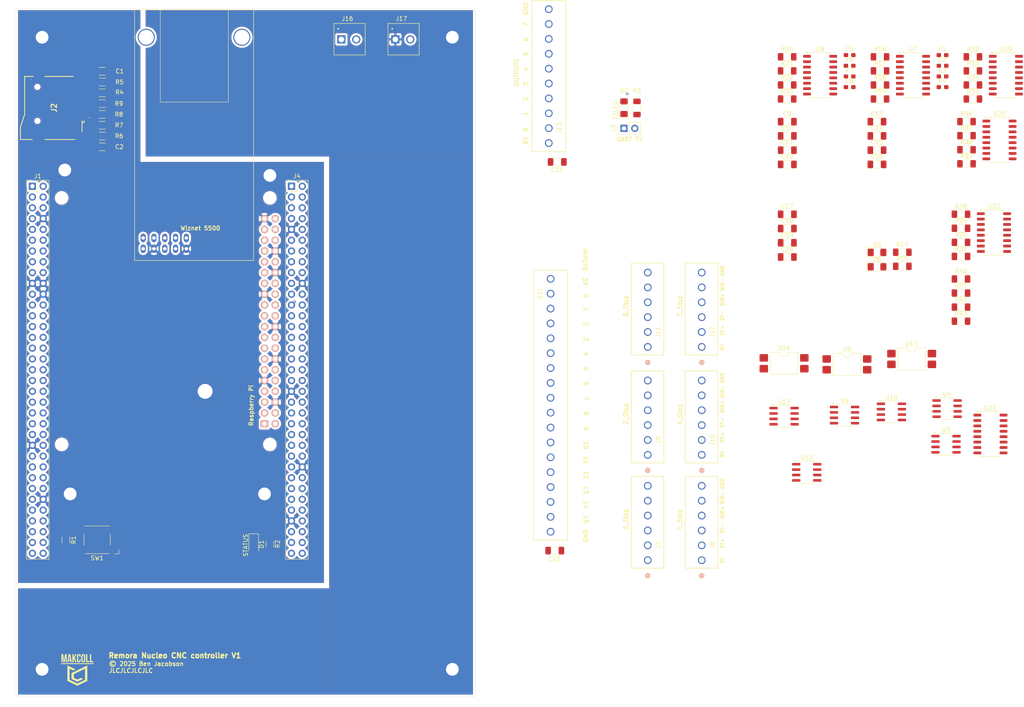
<source format=kicad_pcb>
(kicad_pcb (version 20241229) (generator "pcbnew") (generator_version "9.0")
  (layers (0 "F.Cu" signal) (2 "B.Cu" signal) (13 "F.Paste" user) (15 "B.Paste" user) (5 "F.SilkS" user "F.Silkscreen") (7 "B.SilkS" user "B.Silkscreen") (1 "F.Mask" user) (3 "B.Mask" user) (25 "Edge.Cuts" user))
  (net 0 "")
  (net 1 "GNDREF")
  (net 2 "Net-(D1-A)")
  (net 3 "/UART_TX")
  (net 4 "+3V3")
  (net 5 "+5VD")
  (net 6 "/SDIO_D2")
  (net 12 "/MCU_RST")
  (net 13 "/USR_LED")
  (net 15 "/SDIO_CMD")
  (net 20 "GNDPWR")
  (net 23 "/SDIO_D3")
  (net 26 "/SPI1_CS")
  (net 29 "/SDIO_CLK")
  (net 31 "Net-(D2-A)")
  (net 33 "Net-(D5-A)")
  (net 34 "Net-(D6-A)")
  (net 36 "/Digital Outputs/4CH digital output driver 1/OUTPUT1")
  (net 38 "Net-(F1-Pad1)")
  (net 39 "Net-(F2-Pad1)")
  (net 40 "/Digital Outputs/4CH digital output driver 1/OUTPUT2")
  (net 41 "/Digital Outputs/4CH digital output driver 1/OUTPUT3")
  (net 42 "Net-(F3-Pad1)")
  (net 43 "/Digital Outputs/4CH digital output driver 1/OUTPUT4")
  (net 44 "Net-(F4-Pad1)")
  (net 45 "/Digital Outputs/4CH digital output driver 2/OUTPUT5")
  (net 46 "Net-(F5-Pad1)")
  (net 47 "/SPI1_MOSI")
  (net 48 "/Digital Outputs/4CH digital output driver 2/OUTPUT6")
  (net 49 "Net-(F6-Pad1)")
  (net 50 "/Digital Outputs/4CH digital output driver 2/OUTPUT7")
  (net 51 "Net-(F7-Pad1)")
  (net 52 "Net-(F8-Pad1)")
  (net 53 "/Digital Outputs/4CH digital output driver 2/OUTPUT8")
  (net 54 "+5V")
  (net 56 "/SPI1_CLK")
  (net 58 "unconnected-(J4-Pin_23-Pad23)")
  (net 62 "/SDIO_D0")
  (net 68 "/SDIO_D1")
  (net 79 "/SPI1_MISO")
  (net 82 "/WIZ_RST")
  (net 87 "/MCU_X_STEP")
  (net 88 "/MCU_X_DIR")
  (net 89 "/MCU_Y_STEP")
  (net 90 "/MCU_Y_DIR")
  (net 91 "/MCU_Z_DIR")
  (net 92 "/MCU_Z_STEP")
  (net 93 "/MCU_A_DIR")
  (net 94 "/MCU_A_STEP")
  (net 95 "/MCU_B_STEP")
  (net 96 "/MCU_B_DIR")
  (net 97 "/MCU_C_STEP")
  (net 98 "/MCU_C_DIR")
  (net 99 "MCU_DIGITAL_IN_1")
  (net 100 "MCU_DIGITAL_IN_2")
  (net 101 "MCU_DIGITAL_IN_4")
  (net 102 "MCU_DIGITAL_IN_3")
  (net 103 "MCU_DIGITAL_IN_5")
  (net 104 "MCU_DIGITAL_IN_6")
  (net 105 "MCU_DIGITAL_IN_7")
  (net 106 "MCU_DIGITAL_IN_8")
  (net 107 "MCU_DIGITAL_IN_13")
  (net 108 "MCU_DIGITAL_IN_14")
  (net 109 "MCU_DIGITAL_IN_11")
  (net 110 "MCU_DIGITAL_IN_12")
  (net 111 "MCU_DIGITAL_IN_15")
  (net 112 "MCU_DIGITAL_IN_16")
  (net 113 "MCU_DIGITAL_IN_10")
  (net 114 "MCU_DIGITAL_IN_9")
  (net 153 "MCU_DIGITAL_OUT_1")
  (net 154 "MCU_DIGITAL_OUT_2")
  (net 155 "MCU_DIGITAL_OUT_3")
  (net 156 "MCU_DIGITAL_OUT_4")
  (net 157 "MCU_DIGITAL_OUT_5")
  (net 158 "MCU_DIGITAL_OUT_6")
  (net 159 "MCU_DIGITAL_OUT_7")
  (net 160 "MCU_DIGITAL_OUT_8")
  (net 183 "/X and Y Stepper Drivers/X_DIR+")
  (net 184 "/X and Y Stepper Drivers/X_STEP+")
  (net 185 "/X and Y Stepper Drivers/X_STEP-")
  (net 186 "/X and Y Stepper Drivers/X_DIR-")
  (net 187 "/X and Y Stepper Drivers/Y_DIR+")
  (net 188 "/X and Y Stepper Drivers/Y_STEP-")
  (net 189 "/X and Y Stepper Drivers/Y_STEP+")
  (net 190 "/X and Y Stepper Drivers/Y_DIR-")
  (net 191 "/Z and A Stepper Drivers/Z_DIR+")
  (net 192 "/Z and A Stepper Drivers/Z_DIR-")
  (net 193 "/Z and A Stepper Drivers/Z_STEP+")
  (net 194 "/Z and A Stepper Drivers/Z_STEP-")
  (net 195 "/Z and A Stepper Drivers/A_DIR-")
  (net 196 "/Z and A Stepper Drivers/A_DIR+")
  (net 197 "/Z and A Stepper Drivers/A_STEP+")
  (net 198 "/Z and A Stepper Drivers/A_STEP-")
  (net 199 "/B and C Stepper Drivers/B_DIR+")
  (net 200 "/B and C Stepper Drivers/B_STEP+")
  (net 201 "/B and C Stepper Drivers/B_STEP-")
  (net 202 "/B and C Stepper Drivers/B_DIR-")
  (net 203 "/B and C Stepper Drivers/C_STEP+")
  (net 204 "/B and C Stepper Drivers/C_DIR-")
  (net 205 "/B and C Stepper Drivers/C_STEP-")
  (net 206 "/B and C Stepper Drivers/C_DIR+")
  (net 207 "/Digital Inputs/Digital Input 5-8/INPUT5")
  (net 208 "/Digital Inputs/Digital Input 9-12/INPUT10")
  (net 209 "/Digital Inputs/Digital Input 13-16/INPUT16")
  (net 210 "/Digital Inputs/Digital Input 13-16/INPUT14")
  (net 211 "/Digital Inputs/Digital Input 5-8/INPUT6")
  (net 212 "/Digital Inputs/Digital Input 13-16/INPUT15")
  (net 213 "/Digital Inputs/Digital Input 5-8/INPUT7")
  (net 214 "/Digital Inputs/Digital Input 13-16/INPUT13")
  (net 215 "/Digital Inputs/Digital Input 9-12/INPUT12")
  (net 216 "/Digital Inputs/Digital Input 1-4/INPUT4")
  (net 217 "/Digital Inputs/Digital Input 9-12/INPUT11")
  (net 218 "/Digital Inputs/Digital Input 1-4/INPUT2")
  (net 219 "/Digital Inputs/Digital Input 1-4/INPUT1")
  (net 220 "/Digital Inputs/Digital Input 9-12/INPUT9")
  (net 221 "/Digital Inputs/Digital Input 1-4/INPUT3")
  (net 222 "/Digital Inputs/Digital Input 5-8/INPUT8")
  (net 223 "+9V")
  (net 224 "Net-(R16-Pad2)")
  (net 225 "Net-(R17-Pad2)")
  (net 226 "Net-(R18-Pad2)")
  (net 227 "Net-(R19-Pad2)")
  (net 228 "Net-(R20-Pad2)")
  (net 229 "Net-(R21-Pad2)")
  (net 230 "Net-(R22-Pad2)")
  (net 231 "Net-(R23-Pad2)")
  (net 232 "Net-(R28-Pad2)")
  (net 233 "Net-(R29-Pad2)")
  (net 234 "Net-(R30-Pad2)")
  (net 235 "Net-(R31-Pad2)")
  (net 236 "Net-(R32-Pad2)")
  (net 237 "Net-(R33-Pad2)")
  (net 238 "Net-(R34-Pad2)")
  (net 239 "Net-(R35-Pad2)")
  (net 240 "Net-(R36-Pad2)")
  (net 241 "Net-(R37-Pad2)")
  (net 242 "Net-(R38-Pad2)")
  (net 243 "Net-(R39-Pad2)")
  (net 244 "Net-(R40-Pad2)")
  (net 245 "Net-(R41-Pad2)")
  (net 246 "Net-(R42-Pad2)")
  (net 247 "Net-(R43-Pad2)")
  (net 248 "Net-(U4-VOA)")
  (net 249 "Net-(U4-VOB)")
  (net 250 "Net-(U5-VOA)")
  (net 251 "Net-(U5-VOB)")
  (net 252 "Net-(U11-2A)")
  (net 253 "Net-(U11-1A)")
  (net 254 "Net-(U10-VOA)")
  (net 255 "Net-(U10-VOB)")
  (net 256 "Net-(U12-VOB)")
  (net 257 "Net-(U12-VOA)")
  (net 258 "Net-(U13-VOA)")
  (net 259 "Net-(U13-VOB)")
  (footprint "Resistor_SMD:R_1206_3216Metric_Pad1.30x1.75mm_HandSolder" (layer "F.Cu") (at 59.626 47.246 180)
    (property "Reference" "R8")
    (property "Value" "4K7")
  )
  (footprint "Package_SO:SOIC-8_3.9x4.9mm_P1.27mm" (layer "F.Cu") (at 258.383 116.459)
    (property "Reference" "U4")
    (property "Value" "ADUM1201ARZ")
  )
  (footprint "Resistor_SMD:R_1206_3216Metric_Pad1.30x1.75mm_HandSolder" (layer "F.Cu") (at 220.759 40.305)
    (property "Reference" "R22")
    (property "Value" "120R")
  )
  (footprint "EBWA_02_A:ADAMTECH_EBWA-02-A" (layer "F.Cu") (at 117.63 29.591)
    (property "Reference" "J16")
    (property "Value" "5V EXT")
  )
  (footprint "Resistor_SMD:R_1206_3216Metric_Pad1.30x1.75mm_HandSolder" (layer "F.Cu") (at 59.626 39.626 180)
    (property "Reference" "R5")
    (property "Value" "4K7")
  )
  (footprint "Capacitor_SMD:C_1206_3216Metric_Pad1.33x1.80mm_HandSolder" (layer "F.Cu") (at 241.889 48.945)
    (property "Reference" "C13")
    (property "Value" "100nF")
  )
  (footprint "Resistor_SMD:R_1206_3216Metric_Pad1.30x1.75mm_HandSolder" (layer "F.Cu") (at 220.759 33.685)
    (property "Reference" "R20")
    (property "Value" "120R")
  )
  (footprint "Capacitor_SMD:C_1206_3216Metric_Pad1.33x1.80mm_HandSolder" (layer "F.Cu") (at 59.6135 37.086)
    (property "Reference" "C1")
    (property "Value" "100nF")
  )
  (footprint "EBWA_06_A:CONN_EBWA-18-A_ADM" (layer "F.Cu") (at 165.1 85.915 -90)
    (property "Reference" "J15")
    (property "Value" "Digital Inputs")
  )
  (footprint "EBWA_06_A:CONN_EBWA-06-A_ADM" (layer "F.Cu") (at 200.66 127.340001 90)
    (property "Reference" "J10")
    (property "Value" "A_STEP_AND_DIR+-")
  )
  (footprint "Package_SO:SOIC-8_3.9x4.9mm_P1.27mm" (layer "F.Cu") (at 245.284 117.221)
    (property "Reference" "U10")
    (property "Value" "ADUM1201ARZ")
  )
  (footprint "Diode_SMD:D_1206_3216Metric_Pad1.42x1.75mm_HandSolder" (layer "F.Cu") (at 95.25 148.3725 -90)
    (property "Reference" "D1")
    (property "Value" "USR_LED")
  )
  (footprint "Resistor_SMD:R_1206_3216Metric_Pad1.30x1.75mm_HandSolder" (layer "F.Cu") (at 247.849 79.665)
    (property "Reference" "R14")
    (property "Value" "360R")
  )
  (footprint "Capacitor_SMD:C_1206_3216Metric_Pad1.33x1.80mm_HandSolder" (layer "F.Cu") (at 220.789 58.995)
    (property "Reference" "C12")
    (property "Value" "100nF")
  )
  (footprint "Capacitor_SMD:C_1206_3216Metric_Pad1.33x1.80mm_HandSolder" (layer "F.Cu") (at 220.789 55.645)
    (property "Reference" "C11")
    (property "Value" "100nF")
  )
  (footprint "EBWA_06_A:CONN_EBWA-06-A_ADM" (layer "F.Cu") (at 187.96 152.120003 90)
    (property "Reference" "J7")
    (property "Value" "X_STEP_AND_DIR+-")
  )
  (footprint "EBWA_06_A:CONN_EBWA-06-A_ADM" (layer "F.Cu") (at 200.66 152.120003 90)
    (property "Reference" "J8")
    (property "Value" "Y_STEP_AND_DIR+-")
  )
  (footprint "Resistor_SMD:R_1206_3216Metric_Pad1.30x1.75mm_HandSolder" (layer "F.Cu") (at 261.659 85.955)
    (property "Reference" "R40")
    (property "Value" "180R")
  )
  (footprint "Package_SO:SOIC-8_3.9x4.9mm_P1.27mm" (layer "F.Cu") (at 234.253 117.983)
    (property "Reference" "U9")
    (property "Value" "ADUM1201ARZ")
  )
  (footprint "Resistor_SMD:R_1206_3216Metric_Pad1.30x1.75mm_HandSolder" (layer "F.Cu") (at 261.659 70.715)
    (property "Reference" "R28")
    (property "Value" "180R")
  )
  (footprint "Package_SO:SOP-16_4.4x10.4mm_P1.27mm" (layer "F.Cu") (at 269.409 75.035)
    (property "Reference" "U22")
    (property "Value" "LTV-247")
  )
  (footprint "EBWA_06_A:CONN_EBWA-06-A_ADM" (layer "F.Cu") (at 187.96 127.340001 90)
    (property "Reference" "J9")
    (property "Value" "Z_STEP_AND_DIR+-")
  )
  (footprint "Fuse:Fuse_0603_1608Metric_Pad1.05x0.95mm_HandSolder" (layer "F.Cu") (at 235.459 33.285)
    (property "Reference" "F5")
    (property "Value" "PRG18BB330MB1RB")
  )
  (footprint "Package_SO:SOIC-8_3.9x4.9mm_P1.27mm" (layer "F.Cu") (at 258.129 124.841)
    (property "Reference" "U5")
    (property "Value" "ADUM1201ARZ")
  )
  (footprint "Resistor_SMD:R_1206_3216Metric_Pad1.30x1.75mm_HandSolder" (layer "F.Cu") (at 59.626 44.706 180)
    (property "Reference" "R9")
    (property "Value" "4K7")
  )
  (footprint "Capacitor_SMD:C_1206_3216Metric_Pad1.33x1.80mm_HandSolder" (layer "F.Cu") (at 241.889 55.645)
    (property "Reference" "C15")
    (property "Value" "100nF")
  )
  (footprint "Capacitor_SMD:C_1206_3216Metric_Pad1.33x1.80mm_HandSolder" (layer "F.Cu") (at 220.789 80.785)
    (property "Reference" "C20")
    (property "Value" "100nF")
  )
  (footprint "Capacitor_SMD:C_1206_3216Metric_Pad1.33x1.80mm_HandSolder" (layer "F.Cu") (at 220.789 70.735)
    (property "Reference" "C17")
    (property "Value" "100nF")
  )
  (footprint "MSD1A Symbols:MSD1A" (layer "F.Cu") (at 48.26 45.72 -90)
    (property "Reference" "J2")
    (property "Value" "MSD-1-A" (hide yes))
  )
  (footprint "Resistor_SMD:R_1206_3216Metric_Pad1.30x1.75mm_HandSolder" (layer "F.Cu") (at 262.959 58.855)
    (property "Reference" "R39")
    (property "Value" "180R")
  )
  (footprint "Connector_PinHeader_2.54mm:PinHeader_1x02_P2.54mm_Vertical" (layer "F.Cu") (at 182.367 50.52 90)
    (property "Reference" "J3")
    (property "Value" "UART_TX")
  )
  (footprint "Resistor_SMD:R_1206_3216Metric_Pad1.30x1.75mm_HandSolder" (layer "F.Cu") (at 264.459 40.305)
    (property "Reference" "R34")
    (property "Value" "180R")
  )
  (footprint "Resistor_SMD:R_1206_3216Metric_Pad1.30x1.75mm_HandSolder" (layer "F.Cu") (at 99.06 148.31 -90)
    (property "Reference" "R2")
    (property "Value" "100R")
  )
  (footprint "Resistor_SMD:R_1206_3216Metric_Pad1.30x1.75mm_HandSolder" (layer "F.Cu") (at 59.626 52.326 180)
    (property "Reference" "R6")
    (property "Value" "4K7")
  )
  (footprint "Resistor_SMD:R_1206_3216Metric_Pad1.30x1.75mm_HandSolder" (layer "F.Cu") (at 261.659 89.265)
    (property "Reference" "R41")
    (property "Value" "180R")
  )
  (footprint "Diode_SMD:D_1206_3216Metric_Pad1.42x1.75mm_HandSolder" (layer "F.Cu") (at 241.904 83.095)
    (property "Reference" "D6")
    (property "Value" "5VLED")
  )
  (footprint "Resistor_SMD:R_1206_3216Metric_Pad1.30x1.75mm_HandSolder" (layer "F.Cu") (at 185.42 45.72 90)
    (property "Reference" "R3")
    (property "Value" "100R")
  )
  (footprint "Fuse:Fuse_0603_1608Metric_Pad1.05x0.95mm_HandSolder" (layer "F.Cu") (at 257.309 38.305)
    (property "Reference" "F3")
    (property "Value" "PRG18BB330MB1RB")
  )
  (footprint "Resistor_SMD:R_1206_3216Metric_Pad1.30x1.75mm_HandSolder" (layer "F.Cu") (at 220.759 43.615)
    (property "Reference" "R23")
    (property "Value" "120R")
  )
  (footprint "Resistor_SMD:R_1206_3216Metric_Pad1.30x1.75mm_HandSolder" (layer "F.Cu") (at 59.626 49.786 180)
    (property "Reference" "R7")
    (property "Value" "4K7")
  )
  (footprint "Capacitor_SMD:C_1206_3216Metric_Pad1.33x1.80mm_HandSolder" (layer "F.Cu") (at 220.789 48.945)
    (property "Reference" "C9")
    (property "Value" "100nF")
  )
  (footprint "Resistor_SMD:R_1206_3216Metric_Pad1.30x1.75mm_HandSolder" (layer "F.Cu") (at 262.959 55.545)
    (property "Reference" "R38")
    (property "Value" "180R")
  )
  (footprint "Resistor_SMD:R_1206_3216Metric_Pad1.30x1.75mm_HandSolder" (layer "F.Cu") (at 242.609 33.685)
    (property "Reference" "R16")
    (property "Value" "120R")
  )
  (footprint "Connector_PinHeader_2.54mm:PinHeader_2x35_P2.54mm_Vertical" (layer "F.Cu") (at 43.18 64.135)
    (property "Reference" "J1")
    (property "Value" "NucleoF446ZE CN11 Header")
  )
  (footprint "W5500EvalModule:W5500EvalModule" (layer "F.Cu") (at 81.28 53.34)
    (property "Reference" "U1" (hide yes))
    (property "Value" "~")
  )
  (footprint "Package_DIP:SMDIP-4_W9.53mm" (layer "F.Cu") (at 234.822 106.045)
    (property "Reference" "U6")
    (property "Value" "HT26LS31ARZ")
  )
  (footprint "Resistor_SMD:R_1206_3216Metric_Pad1.30x1.75mm_HandSolder" (layer "F.Cu") (at 261.659 92.575)
    (property "Reference" "R42")
    (property "Value" "180R")
  )
  (footprint "Fuse:Fuse_0603_1608Metric_Pad1.05x0.95mm_HandSolder" (layer "F.Cu") (at 235.459 38.305)
    (property "Reference" "F7")
    (property "Value" "PRG18BB330MB1RB")
  )
  (footprint "Resistor_SMD:R_1206_3216Metric_Pad1.30x1.75mm_HandSolder" (layer "F.Cu") (at 262.959 52.235)
    (property "Reference" "R37")
    (property "Value" "180R")
  )
  (footprint "Package_SO:SOIC-8_3.9x4.9mm_P1.27mm" (layer "F.Cu") (at 225.363 131.445)
    (property "Reference" "U12")
    (property "Value" "ADUM1201ARZ")
  )
  (footprint "EBWA_06_A:CONN_EBWA-06-A_ADM" (layer "F.Cu") (at 200.66 101.940001 90)
    (property "Reference" "J12")
    (property "Value" "C_STEP_AND_DIR+-")
  )
  (footprint "Capacitor_SMD:C_1206_3216Metric_Pad1.33x1.80mm_HandSolder" (layer "F.Cu") (at 220.789 74.085)
    (property "Reference" "C18")
    (property "Value" "100nF")
  )
  (footprint "Resistor_SMD:R_1206_3216Metric_Pad1.30x1.75mm_HandSolder" (layer "F.Cu") (at 261.659 80.645)
    (property "Reference" "R31")
    (property "Value" "180R")
  )
  (footprint "Resistor_SMD:R_1206_3216Metric_Pad1.30x1.75mm_HandSolder" (layer "F.Cu") (at 261.659 77.335)
    (property "Reference" "R30")
    (property "Value" "180R")
  )
  (footprint "Capacitor_SMD:C_1206_3216Metric_Pad1.33x1.80mm_HandSolder" (layer "F.Cu") (at 166.6625 58.42 180)
    (property "Reference" "C21")
    (property "Value" "100nF")
  )
  (footprint "Fuse:Fuse_0603_1608Metric_Pad1.05x0.95mm_HandSolder" (layer "F.Cu") (at 235.459 40.815)
    (property "Reference" "F8")
    (property "Value" "PRG18BB330MB1RB")
  )
  (footprint "Capacitor_SMD:C_1206_3216Metric_Pad1.33x1.80mm_HandSolder" (layer "F.Cu") (at 166.0775 149.86 180)
    (property "Reference" "C23")
    (property "Value" "100nF")
  )
  (footprint "Resistor_SMD:R_1206_3216Metric_Pad1.30x1.75mm_HandSolder" (layer "F.Cu") (at 264.459 33.685)
    (property "Reference" "R32")
    (property "Value" "180R")
  )
  (footprint "Resistor_SMD:R_1206_3216Metric_Pad1.30x1.75mm_HandSolder" (layer "F.Cu") (at 261.659 95.885)
    (property "Reference" "R43")
    (property "Value" "180R")
  )
  (footprint "Capacitor_SMD:C_1206_3216Metric_Pad1.33x1.80mm_HandSolder" (layer "F.Cu") (at 59.6135 54.866)
    (property "Reference" "C2")
    (property "Value" "10uF")
  )
  (footprint "Resistor_SMD:R_1206_3216Metric_Pad1.30x1.75mm_HandSolder" (layer "F.Cu") (at 264.459 36.995)
    (property "Reference" "R33")
    (property "Value" "180R")
  )
  (footprint "Resistor_SMD:R_1206_3216Metric_Pad1.30x1.75mm_HandSolder" (layer "F.Cu") (at 262.959 48.925)
    (property "Reference" "R36")
    (property "Value" "180R")
  )
  (footprint "Resistor_SMD:R_1206_3216Metric_Pad1.30x1.75mm_HandSolder" (layer "F.Cu") (at 59.626 42.166 180)
    (property "Reference" "R4")
    (property "Value" "4K7")
  )
  (footprint "Package_SO:SOP-16_4.4x10.4mm_P1.27mm" (layer "F.Cu") (at 270.709 53.245)
    (property "Reference" "U20")
    (property "Value" "LTV-247")
  )
  (footprint "Capacitor_SMD:C_1206_3216Metric_Pad1.33x1.80mm_HandSolder" (layer "F.Cu") (at 220.789 52.295)
    (property "Reference" "C10")
    (property "Value" "100nF")
  )
  (footprint "Connector_PinHeader_2.54mm:PinHeader_2x35_P2.54mm_Vertical" (layer "F.Cu") (at 104.14 64.135)
    (property "Reference" "J4")
    (property "Value" "NucleoF446ZE CN12 Header")
  )
  (footprint "Package_DIP:SMDIP-4_W9.53mm" (layer "F.Cu") (at 250.049 104.775)
    (property "Reference" "U11")
    (property "Value" "HT26LS31ARZ")
  )
  (footprint "Resistor_SMD:R_1206_3216Metric_Pad1.30x1.75mm_HandSolder" (layer "F.Cu") (at 242.609 43.615)
    (property "Reference" "R19")
    (property "Value" "120R")
  )
  (footprint "Fuse:Fuse_0603_1608Metric_Pad1.05x0.95mm_HandSolder" (layer "F.Cu") (at 257.309 35.795)
    (property "Reference" "F2")
    (property "Value" "PRG18BB330MB1RB")
  )
  (footprint "Resistor_SMD:R_1206_3216Metric_Pad1.30x1.75mm_HandSolder" (layer "F.Cu") (at 51.054 147.346 -90)
    (property "Reference" "R1")
    (property "Value" "10K")
  )
  (footprint "Resistor_SMD:R_1206_3216Metric_Pad1.30x1.75mm_HandSolder" (layer "F.Cu") (at 247.849 82.975)
    (property "Reference" "R15")
    (property "Value" "150R")
  )
  (footprint "Resistor_SMD:R_1206_3216Metric_Pad1.30x1.75mm_HandSolder" (layer "F.Cu") (at 220.759 36.995)
    (property "Reference" "R21")
    (property "Value" "120R")
  )
  (footprint "Resistor_SMD:R_1206_3216Metric_Pad1.30x1.75mm_HandSolder" (layer "F.Cu") (at 242.609 36.995)
    (property "Reference" "R17")
    (property "Value" "120R")
  )
  (footprint "Capacitor_SMD:C_1206_3216Metric_Pad1.33x1.80mm_HandSolder" (layer "F.Cu") (at 220.789 77.435)
    (property "Reference" "C19")
    (property "Value" "100nF")
  )
  (footprint "Diode_SMD:D_1206_3216Metric_Pad1.42x1.75mm_HandSolder" (layer "F.Cu") (at 241.904 79.705)
    (property "Reference" "D5")
    (property "Value" "9VLED")
  )
  (footprint "EBWA_02_A:ADAMTECH_EBWA-02-A" (layer "F.Cu") (at 130.33 29.591)
    (property "Reference" "J17")
    (property "Value" "9V EXT")
  )
  (footprint "Package_SO:SOP-16_4.4x10.4mm_P1.27mm" (layer "F.Cu") (at 272.209 38.005)
    (property "Reference" "U19")
    (property "Value" "LTV-247")
  )
  (footprint "Fuse:Fuse_0603_1608Metric_Pad1.05x0.95mm_HandSolder" (layer "F.Cu") (at 257.309 40.815)
    (property "Reference" "F4")
    (property "Value" "PRG18BB330MB1RB")
  )
  (footprint "Capacitor_SMD:C_1206_3216Metric_Pad1.33x1.80mm_HandSolder" (layer "F.Cu") (at 241.889 52.295)
    (property "Reference" "C14")
    (property "Value" "100nF")
  )
  (footprint "Package_DIP:SMDIP-4_W9.53mm" (layer "F.Cu") (at 220.029 105.791)
    (property "Reference" "U14")
    (property "Value" "HT26LS31ARZ")
  )
  (footprint "Resistor_SMD:R_1206_3216Metric_Pad1.30x1.75mm_HandSolder" (layer "F.Cu") (at 242.609 40.305)
    (property "Reference" "R18")
    (property "Value" "120R")
  )
  (footprint "Diode_SMD:D_1206_3216Metric_Pad1.42x1.75mm_HandSolder" (layer "F.Cu") (at 182.372 45.6575 90)
    (property "Reference" "D2")
    (property "Value" "TXLED")
  )
  (footprint "EBWA_06_A:CONN_EBWA-06-A_ADM" (layer "F.Cu") (at 187.96 101.940001 90)
    (property "Reference" "J11")
    (property "Value" "B_STEP_AND_DIR+-")
  )
  (footprint "Resistor_SMD:R_1206_3216Metric_Pad1.30x1.75mm_HandSolder" (layer "F.Cu") (at 261.659 74.025)
    (property "Reference" "R29")
    (property "Value" "180R")
  )
  (footprint "Package_SO:SOP-16_4.4x10.4mm_P1.27mm" (layer "F.Cu") (at 228.509 38.005)
    (property "Reference" "U8")
    (property "Value" "LTV-247")
  )
  (footprint "Resistor_SMD:R_1206_3216Metric_Pad1.30x1.75mm_HandSolder" (layer "F.Cu") (at 264.459 43.615)
    (property "Reference" "R35")
    (property "Value" "180R")
  )
  (footprint "Button_Switch_SMD:SW_SPST_Omron_B3FS-100xP" (layer "F.Cu") (at 58.42 147.32 180)
    (property "Reference" "SW1")
    (property "Value" "SW_Push")
  )
  (footprint "Capacitor_SMD:C_1206_3216Metric_Pad1.33x1.80mm_HandSolder" (layer "F.Cu") (at 241.889 58.995)
    (property "Reference" "C16")
    (property "Value" "100nF")
  )
  (footprint "Package_SO:SOIC-8_3.9x4.9mm_P1.27mm" (layer "F.Cu") (at 220.029 118.237)
    (property "Reference" "U13")
    (property "Value" "ADUM1201ARZ")
  )
  (footprint "Package_SO:SOP-16_4.4x10.4mm_P1.27mm" (layer "F.Cu") (at 268.5825 122.428)
    (property "Reference" "U21")
    (property "Value" "LTV-247")
  )
  (footprint "Fuse:Fuse_0603_1608Metric_Pad1.05x0.95mm_HandSolder" (layer "F.Cu") (at 257.309 33.285)
    (property "Reference" "F1")
    (property "Value" "PRG18BB330MB1RB")
  )
  (footprint "Package_SO:SOP-16_4.4x10.4mm_P1.27mm" (layer "F.Cu") (at 250.359 38.005)
    (property "Reference" "U7")
    (property "Value" "LTV-247")
  )
  (footprint "EBWA_06_A:CONN_EBWA-10-A_ADM" (layer "F.Cu") (at 164.671 53.975 90)
    (property "Reference" "J13")
    (property "Value" "DIGITAL_OUTPUTS")
  )
  (footprint "Fuse:Fuse_0603_1608Metric_Pad1.05x0.95mm_HandSolder" (layer "F.Cu") (at 235.459 35.795)
    (property "Reference" "F6")
    (property "Value" "PRG18BB330MB1RB")
  )
  (footprint "RPI3FootPrint:raspberrypi_2_3" (layer "B.Cu") (at 99.06 95.885 90)
    (property "Reference" "RP1" (hide yes))
    (property "Value" "Raspberry_Pi_2_3" (hide yes))
  )
  (gr_poly (pts (xy 56.099604 180.52124) (xy 53.754735 181.662256) (xy 51.411849 180.52124) (xy 51.411849 176.862053) (xy 53.34 177.8) (xy 52.79562 178.064584) (xy 51.951599 177.654479) (xy 51.951599 180.255995) (xy 53.754073 181.131766) (xy 55.555886 180.255995) (xy 55.555886 177.654479) (xy 52.936511 178.928448) (xy 52.936511 179.794959) (xy 53.756719 180.193156) (xy 54.574943 179.79562) (xy 55.134537 180.052266) (xy 53.755396 180.722323) (xy 52.375594 180.051605) (xy 52.375594 178.672464) (xy 56.099604 176.862053)) (fill yes) (layer "F.SilkS"))
  (gr_poly (pts (xy 54.12641 174.207465) (xy 54.152635 174.208979) (xy 54.178027 174.211493) (xy 54.202584 174.214999) (xy 54.226305 174.219488) (xy 54.249187 174.224954) (xy 54.271228 174.231387) (xy 54.292428 174.238781) (xy 54.312783 174.247128) (xy 54.332293 174.256419) (xy 54.350955 174.266647) (xy 54.368768 174.277804) (xy 54.38573 174.289881) (xy 54.401838 174.302872) (xy 54.417092 174.316768) (xy 54.431489 174.331561) (xy 54.445028 174.347244) (xy 54.457706 174.363808) (xy 54.469522 174.381247) (xy 54.480474 174.399551) (xy 54.490561 174.418713) (xy 54.49978 174.438725) (xy 54.508129 174.459579) (xy 54.515608 174.481268) (xy 54.522213 174.503783) (xy 54.527944 174.527117) (xy 54.532798 174.551262) (xy 54.536773 174.576209) (xy 54.539868 174.601952) (xy 54.542082 174.628481) (xy 54.543411 174.65579) (xy 54.543854 174.68387) (xy 54.543854 174.868417) (xy 54.262073 174.868417) (xy 54.262073 174.66535) (xy 54.261381 174.640901) (xy 54.260523 174.629401) (xy 54.259329 174.618374) (xy 54.257804 174.607817) (xy 54.255951 174.597721) (xy 54.253776 174.588083) (xy 54.251283 174.578895) (xy 54.248476 174.570152) (xy 54.245359 174.561847) (xy 54.241937 174.553976) (xy 54.238214 174.546531) (xy 54.234195 174.539508) (xy 54.229883 174.532899) (xy 54.225284 174.5267) (xy 54.220401 174.520904) (xy 54.215239 174.515505) (xy 54.209803 174.510497) (xy 54.204096 174.505875) (xy 54.198123 174.501632) (xy 54.191889 174.497763) (xy 54.185397 174.494261) (xy 54.178653 174.491121) (xy 54.17166 174.488337) (xy 54.164423 174.485903) (xy 54.156946 174.483812) (xy 54.14129 174.480639) (xy 54.124727 174.478769) (xy 54.107292 174.478157) (xy 54.098469 174.478309) (xy 54.089864 174.478769) (xy 54.08148 174.479544) (xy 54.073322 174.480639) (xy 54.065394 174.482059) (xy 54.057699 174.483812) (xy 54.050242 174.485903) (xy 54.043027 174.488337) (xy 54.036058 174.491121) (xy 54.02934 174.494261) (xy 54.022875 174.497763) (xy 54.01667 174.501632) (xy 54.010726 174.505875) (xy 54.00505 174.510497) (xy 53.999644 174.515505) (xy 53.994513 174.520904) (xy 53.989662 174.5267) (xy 53.985093 174.532899) (xy 53.980812 174.539508) (xy 53.976822 174.546531) (xy 53.973128 174.553976) (xy 53.969733 174.561847) (xy 53.966642 174.570152) (xy 53.963859 174.578895) (xy 53.961388 174.588083) (xy 53.959233 174.597721) (xy 53.957398 174.607817) (xy 53.955888 174.618374) (xy 53.954706 174.629401) (xy 53.953857 174.640901) (xy 53.953344 174.652882) (xy 53.953172 174.66535) (xy 53.953172 175.689287) (xy 53.953864 175.713698) (xy 53.954722 175.725154) (xy 53.955915 175.73612) (xy 53.957439 175.746603) (xy 53.95929 175.75661) (xy 53.961462 175.766148) (xy 53.963952 175.775225) (xy 53.966755 175.783847) (xy 53.969866 175.792022) (xy 53.973281 175.799757) (xy 53.976996 175.807059) (xy 53.981006 175.813935) (xy 53.985307 175.820392) (xy 53.989893 175.826438) (xy 53.994761 175.832079) (xy 53.999907 175.837323) (xy 54.005325 175.842177) (xy 54.011011 175.846648) (xy 54.01696 175.850744) (xy 54.023169 175.85447) (xy 54.029633 175.857835) (xy 54.036347 175.860846) (xy 54.043306 175.863509) (xy 54.050507 175.865832) (xy 54.057945 175.867823) (xy 54.073513 175.870833) (xy 54.089974 175.872597) (xy 54.107292 175.873173) (xy 54.124618 175.87259) (xy 54.132967 175.871851) (xy 54.1411 175.870806) (xy 54.149013 175.869446) (xy 54.1567 175.867766) (xy 54.164158 175.865758) (xy 54.171381 175.863416) (xy 54.178365 175.860733) (xy 54.185105 175.857702) (xy 54.191595 175.854316) (xy 54.197833 175.850569) (xy 54.203812 175.846454) (xy 54.209528 175.841964) (xy 54.214977 175.837092) (xy 54.220153 175.831831) (xy 54.225052 175.826176) (xy 54.22967 175.820118) (xy 54.234 175.813651) (xy 54.23804 175.806768) (xy 54.241783 175.799463) (xy 54.245226 175.791729) (xy 54.248363 175.783559) (xy 54.25119 175.774946) (xy 54.253702 175.765883) (xy 54.255895 175.756364) (xy 54.257763 175.746382) (xy 54.259302 175.73593) (xy 54.260507 175.725001) (xy 54.261374 175.713589) (xy 54.261897 175.701687) (xy 54.262073 175.689287) (xy 54.262073 175.418089) (xy 54.543854 175.418089) (xy 54.543854 175.670105) (xy 54.542082 175.725494) (xy 54.539868 175.752024) (xy 54.536773 175.777766) (xy 54.532798 175.802714) (xy 54.527944 175.826858) (xy 54.522213 175.850192) (xy 54.515608 175.872707) (xy 54.508129 175.894396) (xy 54.49978 175.91525) (xy 54.490561 175.935263) (xy 54.480474 175.954425) (xy 54.469522 175.972729) (xy 54.457706 175.990167) (xy 54.445028 176.006731) (xy 54.431489 176.022414) (xy 54.417092 176.037207) (xy 54.401838 176.051103) (xy 54.38573 176.064094) (xy 54.368768 176.076172) (xy 54.350955 176.087328) (xy 54.332293 176.097556) (xy 54.312783 176.106847) (xy 54.292428 176.115194) (xy 54.271228 176.122588) (xy 54.249187 176.129022) (xy 54.226305 176.134487) (xy 54.202584 176.138976) (xy 54.178027 176.142482) (xy 54.152635 176.144996) (xy 54.12641 176.14651) (xy 54.099354 176.147016) (xy 54.072298 176.14651) (xy 54.046073 176.144996) (xy 54.020681 176.142482) (xy 53.996124 176.138976) (xy 53.972404 176.134487) (xy 53.949522 176.129022) (xy 53.92748 176.122588) (xy 53.906281 176.115194) (xy 53.885925 176.106847) (xy 53.866416 176.097556) (xy 53.847753 176.087328) (xy 53.829941 176.076172) (xy 53.812979 176.064094) (xy 53.79687 176.051103) (xy 53.781617 176.037207) (xy 53.76722 176.022414) (xy 53.753681 176.006731) (xy 53.741003 175.990167) (xy 53.729186 175.972729) (xy 53.718234 175.954425) (xy 53.708148 175.935263) (xy 53.698929 175.91525) (xy 53.690579 175.894396) (xy 53.683101 175.872707) (xy 53.676495 175.850192) (xy 53.670765 175.826858) (xy 53.665911 175.802714) (xy 53.661935 175.777766) (xy 53.65884 175.752024) (xy 53.656627 175.725494) (xy 53.655298 175.698185) (xy 53.654854 175.670105) (xy 53.654854 174.68387) (xy 53.656627 174.628481) (xy 53.65884 174.601952) (xy 53.661935 174.576209) (xy 53.665911 174.551262) (xy 53.670765 174.527117) (xy 53.676495 174.503783) (xy 53.683101 174.481268) (xy 53.690579 174.459579) (xy 53.698929 174.438725) (xy 53.708148 174.418713) (xy 53.718234 174.399551) (xy 53.729186 174.381247) (xy 53.741003 174.363808) (xy 53.753681 174.347244) (xy 53.76722 174.331561) (xy 53.781617 174.316768) (xy 53.79687 174.302872) (xy 53.812979 174.289881) (xy 53.829941 174.277804) (xy 53.847753 174.266647) (xy 53.866416 174.256419) (xy 53.885925 174.247128) (xy 53.906281 174.238781) (xy 53.92748 174.231387) (xy 53.949522 174.224954) (xy 53.972404 174.219488) (xy 53.996124 174.214999) (xy 54.020681 174.211493) (xy 54.046073 174.208979) (xy 54.072298 174.207465) (xy 54.099354 174.206959)) (fill yes) (layer "F.SilkS"))
  (gr_poly (pts (xy 57.015063 175.854652) (xy 57.505865 175.854652) (xy 57.505865 176.12585) (xy 56.716745 176.12585) (xy 56.716745 174.228787) (xy 57.015063 174.228787)) (fill yes) (layer "F.SilkS"))
  (gr_line (start 50.005589 176.462532) (end 57.505865 176.462532) (stroke (width 0.198437)) (layer "F.SilkS"))
  (gr_poly (pts (xy 56.096959 175.854652) (xy 56.587099 175.854652) (xy 56.587099 176.12585) (xy 55.798641 176.12585) (xy 55.798641 174.228787) (xy 56.096959 174.228787)) (fill yes) (layer "F.SilkS"))
  (gr_poly (pts (xy 50.637282 175.575516) (xy 50.641912 175.575516) (xy 50.842995 174.228787) (xy 51.25773 174.228787) (xy 51.25773 176.125188) (xy 50.975948 176.125188) (xy 50.975948 174.76523) (xy 50.970657 174.76523) (xy 50.770235 176.125188) (xy 50.488454 176.125188) (xy 50.271495 174.783751) (xy 50.266204 174.783751) (xy 50.266204 176.125188) (xy 50.005589 176.125188) (xy 50.005589 174.228787) (xy 50.420323 174.228787)) (fill yes) (layer "F.SilkS"))
  (gr_poly (pts (xy 55.180078 174.207465) (xy 55.206319 174.208979) (xy 55.231774 174.211493) (xy 55.256439 174.214999) (xy 55.280308 174.219488) (xy 55.303377 174.224954) (xy 55.32564 174.231387) (xy 55.347092 174.238781) (xy 55.367728 174.247128) (xy 55.387544 174.256419) (xy 55.406534 174.266647) (xy 55.424692 174.277804) (xy 55.442014 174.289881) (xy 55.458495 174.302872) (xy 55.47413 174.316768) (xy 55.488913 174.331561) (xy 55.502839 174.347244) (xy 55.515904 174.363808) (xy 55.528103 174.381247) (xy 55.539429 174.399551) (xy 55.549879 174.418713) (xy 55.559446 174.438725) (xy 55.568127 174.459579) (xy 55.575915 174.481268) (xy 55.582807 174.503783) (xy 55.588795 174.527117) (xy 55.593877 174.551262) (xy 55.598046 174.576209) (xy 55.601297 174.601952) (xy 55.603626 174.628481) (xy 55.605027 174.65579) (xy 55.605495 174.68387) (xy 55.605495 175.670105) (xy 55.605027 175.698185) (xy 55.603626 175.725494) (xy 55.601297 175.752024) (xy 55.598046 175.777766) (xy 55.593877 175.802714) (xy 55.588795 175.826858) (xy 55.582807 175.850192) (xy 55.575915 175.872707) (xy 55.568127 175.894396) (xy 55.559447 175.91525) (xy 55.549879 175.935263) (xy 55.539429 175.954425) (xy 55.528103 175.972729) (xy 55.515905 175.990167) (xy 55.50284 176.006731) (xy 55.488913 176.022414) (xy 55.47413 176.037207) (xy 55.458496 176.051103) (xy 55.442015 176.064094) (xy 55.424692 176.076172) (xy 55.406534 176.087328) (xy 55.387545 176.097556) (xy 55.367729 176.106847) (xy 55.347093 176.115194) (xy 55.32564 176.122588) (xy 55.303377 176.129022) (xy 55.280309 176.134487) (xy 55.256439 176.138976) (xy 55.231775 176.142482) (xy 55.206319 176.144996) (xy 55.180079 176.14651) (xy 55.153058 176.147016) (xy 55.126037 176.14651) (xy 55.099797 176.144996) (xy 55.074342 176.142482) (xy 55.049677 176.138976) (xy 55.025807 176.134487) (xy 55.002739 176.129022) (xy 54.980476 176.122588) (xy 54.959023 176.115194) (xy 54.938387 176.106847) (xy 54.918571 176.097556) (xy 54.899582 176.087328) (xy 54.881423 176.076172) (xy 54.864101 176.064094) (xy 54.84762 176.051103) (xy 54.831986 176.037207) (xy 54.817203 176.022414) (xy 54.803276 176.006731) (xy 54.790211 175.990167) (xy 54.778013 175.972729) (xy 54.766686 175.954425) (xy 54.756237 175.935263) (xy 54.746669 175.91525) (xy 54.737989 175.894396) (xy 54.7302 175.872707) (xy 54.723309 175.850192) (xy 54.71732 175.826858) (xy 54.712239 175.802714) (xy 54.70807 175.777766) (xy 54.704818 175.752024) (xy 54.70249 175.725494) (xy 54.701089 175.698185) (xy 54.700621 175.670105) (xy 54.700621 174.68387) (xy 54.70062 174.68387) (xy 54.70094 174.664688) (xy 54.998938 174.664688) (xy 54.998938 175.688626) (xy 54.998938 175.689287) (xy 54.999629 175.713735) (xy 55.000488 175.725236) (xy 55.001682 175.736262) (xy 55.003207 175.74682) (xy 55.005059 175.756915) (xy 55.007234 175.766554) (xy 55.009728 175.775742) (xy 55.012535 175.784485) (xy 55.015652 175.792789) (xy 55.019074 175.800661) (xy 55.022797 175.808105) (xy 55.026816 175.815129) (xy 55.031127 175.821737) (xy 55.035727 175.827937) (xy 55.040609 175.833733) (xy 55.045771 175.839132) (xy 55.051208 175.844139) (xy 55.056914 175.848762) (xy 55.062887 175.853004) (xy 55.069121 175.856874) (xy 55.075613 175.860375) (xy 55.082357 175.863515) (xy 55.089351 175.866299) (xy 55.096588 175.868734) (xy 55.104065 175.870825) (xy 55.119721 175.873998) (xy 55.136284 175.875867) (xy 55.153718 175.87648) (xy 55.162541 175.876328) (xy 55.171146 175.875867) (xy 55.17953 175.875093) (xy 55.187688 175.873998) (xy 55.195616 175.872577) (xy 55.203311 175.870825) (xy 55.210768 175.868734) (xy 55.217983 175.866299) (xy 55.224952 175.863515) (xy 55.231671 175.860375) (xy 55.238135 175.856874) (xy 55.244341 175.853004) (xy 55.250284 175.848762) (xy 55.255961 175.844139) (xy 55.261366 175.839132) (xy 55.266497 175.833733) (xy 55.271349 175.827937) (xy 55.275917 175.821737) (xy 55.280199 175.815129) (xy 55.284189 175.808105) (xy 55.287883 175.800661) (xy 55.291278 175.792789) (xy 55.294369 175.784485) (xy 55.297152 175.775742) (xy 55.299623 175.766554) (xy 55.301778 175.756915) (xy 55.303612 175.74682) (xy 55.305123 175.736262) (xy 55.306305 175.725236) (xy 55.307154 175.713735) (xy 55.307667 175.701754) (xy 55.307838 175.689287) (xy 55.307838 174.664688) (xy 55.307147 174.64024) (xy 55.306289 174.628739) (xy 55.305096 174.617713) (xy 55.303572 174.607155) (xy 55.301721 174.59706) (xy 55.299549 174.587421) (xy 55.297059 174.578233) (xy 55.294256 174.56949) (xy 55.291145 174.561186) (xy 55.287729 174.553314) (xy 55.284014 174.54587) (xy 55.280004 174.538846) (xy 55.275704 174.532238) (xy 55.271117 174.526038) (xy 55.266249 174.520242) (xy 55.261104 174.514843) (xy 55.255686 174.509836) (xy 55.25 174.505213) (xy 55.24405 174.500971) (xy 55.237841 174.497102) (xy 55.231378 174.4936) (xy 55.224664 174.49046) (xy 55.217704 174.487676) (xy 55.210503 174.485241) (xy 55.203066 174.483151) (xy 55.187498 174.479977) (xy 55.171037 174.478108) (xy 55.153718 174.477495) (xy 55.144952 174.477648) (xy 55.136393 174.478108) (xy 55.128044 174.478883) (xy 55.119911 174.479977) (xy 55.111998 174.481398) (xy 55.10431 174.483151) (xy 55.096853 174.485241) (xy 55.08963 174.487676) (xy 55.082646 174.49046) (xy 55.075906 174.4936) (xy 55.069415 174.497102) (xy 55.063178 174.500971) (xy 55.057199 174.505213) (xy 55.051482 174.509836) (xy 55.046034 174.514843) (xy 55.040857 174.520242) (xy 55.035958 174.526038) (xy 55.031341 174.532238) (xy 55.02701 174.538846) (xy 55.022971 174.54587) (xy 55.019228 174.553314) (xy 55.015785 174.561186) (xy 55.012648 174.56949) (xy 55.009821 174.578233) (xy 55.007308 174.587421) (xy 55.005116 174.59706) (xy 55.003248 174.607155) (xy 55.001709 174.617713) (xy 55.000503 174.628739) (xy 54.999637 174.64024) (xy 54.999113 174.652221) (xy 54.998938 174.664688) (xy 54.70094 174.664688) (xy 54.701088 174.65579) (xy 54.702489 174.628481) (xy 54.704818 174.601952) (xy 54.708069 174.576209) (xy 54.712238 174.551262) (xy 54.71732 174.527117) (xy 54.723309 174.503783) (xy 54.7302 174.481268) (xy 54.737988 174.459579) (xy 54.746669 174.438725) (xy 54.756236 174.418713) (xy 54.766686 174.399551) (xy 54.778012 174.381247) (xy 54.790211 174.363808) (xy 54.803276 174.347244) (xy 54.817202 174.331561) (xy 54.831985 174.316768) (xy 54.84762 174.302872) (xy 54.864101 174.289881) (xy 54.881423 174.277804) (xy 54.899581 174.266647) (xy 54.918571 174.256419) (xy 54.938386 174.247128) (xy 54.959023 174.238781) (xy 54.980475 174.231387) (xy 55.002738 174.224954) (xy 55.025807 174.219488) (xy 55.049676 174.214999) (xy 55.074341 174.211493) (xy 55.099796 174.208979) (xy 55.126037 174.207465) (xy 55.153058 174.206959)) (fill yes) (layer "F.SilkS"))
  (gr_poly (pts (xy 52.874995 175.050318) (xy 52.880287 175.050318) (xy 53.265255 174.228787) (xy 53.563573 174.228787) (xy 53.148839 175.074131) (xy 53.563573 176.125188) (xy 53.25798 176.125188) (xy 52.967599 175.369141) (xy 52.966938 175.369141) (xy 52.874995 175.542443) (xy 52.874995 176.125188) (xy 52.576678 176.125188) (xy 52.576678 174.228787) (xy 52.874995 174.228787)) (fill yes) (layer "F.SilkS"))
  (gr_poly (pts (xy 52.438433 176.125188) (xy 52.438432 176.125188) (xy 52.137469 176.125188) (xy 52.085875 175.78123) (xy 51.720089 175.78123) (xy 51.668495 176.125188) (xy 51.394651 176.125188) (xy 51.491228 175.523261) (xy 51.758453 175.523261) (xy 52.045526 175.523261) (xy 51.904636 174.564146) (xy 51.899344 174.564146) (xy 51.758453 175.523261) (xy 51.491228 175.523261) (xy 51.698922 174.228787) (xy 52.134823 174.228787)) (fill yes) (layer "F.SilkS"))
  (gr_rect (start 39.33 22.235) (end 147.33 184.235) (stroke (width 0.05)) (fill no) (layer "Edge.Cuts"))
  (gr_text "1" (at 172.827678 92.482 270) (layer "F.SilkS") (effects (font (size 1 1) (thickness 0.2) (bold yes)) (justify left bottom)))
  (gr_text "Y_Step" (at 196.088 145.120002 90) (layer "F.SilkS") (effects (font (size 1 1) (thickness 0.2) (bold yes)) (justify left bottom)))
  (gr_text "14" (at 172.827678 137.982 270) (layer "F.SilkS") (effects (font (size 1 1) (thickness 0.2) (bold yes)) (justify left bottom)))
  (gr_text "GND" (at 172.72 144.78 270) (layer "F.SilkS") (effects (font (size 1 1) (thickness 0.2) (bold yes)) (justify left bottom)))
  (gr_text "DIR-\n" (at 205.994 88.930002 90) (layer "F.SilkS") (effects (font (size 0.8 0.8) (thickness 0.2) (bold yes)) (justify left bottom)))
  (gr_text "GND\n" (at 205.994 85.430001 90) (layer "F.SilkS") (effects (font (size 0.8 0.8) (thickness 0.2) (bold yes)) (justify left bottom)))
  (gr_text "13" (at 172.827678 134.482 270) (layer "F.SilkS") (effects (font (size 1 1) (thickness 0.2) (bold yes)) (justify left bottom)))
  (gr_text "DIR-\n" (at 205.994 138.993999 90) (layer "F.SilkS") (effects (font (size 0.8 0.8) (thickness 0.2) (bold yes)) (justify left bottom)))
  (gr_text "1" (at 159.845 47.67 90) (layer "F.SilkS") (effects (font (size 1 1) (thickness 0.2) (bold yes)) (justify left bottom)))
  (gr_text "UART TX" (at 180.467 53.695 0) (layer "F.SilkS") (effects (font (size 1 1) (thickness 0.2) (bold yes)) (justify left bottom)))
  (gr_text "10" (at 172.827678 123.982 270) (layer "F.SilkS") (effects (font (size 1 1) (thickness 0.2) (bold yes)) (justify left bottom)))
  (gr_text "7" (at 159.845 26.67 90) (layer "F.SilkS") (effects (font (size 1 1) (thickness 0.2) (bold yes)) (justify left bottom)))
  (gr_text "5" (at 172.827678 106.482 270) (layer "F.SilkS") (effects (font (size 1 1) (thickness 0.2) (bold yes)) (justify left bottom)))
  (gr_text "DIR-\n" (at 205.994 114.076002 90) (layer "F.SilkS") (effects (font (size 0.8 0.8) (thickness 0.2) (bold yes)) (justify left bottom)))
  (gr_text "ST-\n" (at 205.994 145.994 90) (layer "F.SilkS") (effects (font (size 0.8 0.8) (thickness 0.2) (bold yes)) (justify left bottom)))
  (gr_text "15" (at 172.837339 141.482 270) (layer "F.SilkS") (effects (font (size 1 1) (thickness 0.2) (bold yes)) (justify left bottom)))
  (gr_text "ST+" (at 205.994 99.430004 90) (layer "F.SilkS") (effects (font (size 0.8 0.8) (thickness 0.2) (bold yes)) (justify left bottom)))
  (gr_text "4" (at 172.827678 102.982 270) (layer "F.SilkS") (effects (font (size 1 1) (thickness 0.2) (bold yes)) (justify left bottom)))
  (gr_text "GND" (at 159.845 24.003 90) (layer "F.SilkS") (effects (font (size 1 1) (thickness 0.2) (bold yes)) (justify left bottom)))
  (gr_text "B_Step" (at 183.388 94.94 90) (layer "F.SilkS") (effects (font (size 1 1) (thickness 0.2) (bold yes)) (justify left bottom)))
  (gr_text "STATUS" (at 93.345 148.59 90) (layer "F.SilkS") (effects (font (size 1 1))))
  (gr_text "5V" (at 205.994 102.930004 90) (layer "F.SilkS") (effects (font (size 0.8 0.8) (thickness 0.2) (bold yes)) (justify left bottom)))
  (gr_text "5" (at 159.845 33.67 90) (layer "F.SilkS") (effects (font (size 1 1) (thickness 0.2) (bold yes)) (justify left bottom)))
  (gr_text "ST-\n" (at 205.994 121.076003 90) (layer "F.SilkS") (effects (font (size 0.8 0.8) (thickness 0.2) (bold yes)) (justify left bottom)))
  (gr_text "ST-\n" (at 205.994 95.930003 90) (layer "F.SilkS") (effects (font (size 0.8 0.8) (thickness 0.2) (bold yes)) (justify left bottom)))
  (gr_text "X_Step" (at 183.388 145.120002 90) (layer "F.SilkS") (effects (font (size 1 1) (thickness 0.2) (bold yes)) (justify left bottom)))
  (gr_text "7" (at 172.827678 113.482 270) (layer "F.SilkS") (effects (font (size 1 1) (thickness 0.2) (bold yes)) (justify left bottom)))
  (gr_text "Remora Nucleo CNC controller V1\n" (at 60.96 175.26 0) (layer "F.SilkS") (effects (font (size 1.2 1.2) (thickness 0.3) (bold yes)) (justify left bottom)))
  (gr_text "5V" (at 205.994 128.076004 90) (layer "F.SilkS") (effects (font (size 0.8 0.8) (thickness 0.2) (bold yes)) (justify left bottom)))
  (gr_text "0" (at 172.837339 89.285 270) (layer "F.SilkS") (effects (font (size 1 1) (thickness 0.2) (bold yes)) (justify left bottom)))
  (gr_text "ST+" (at 205.994 149.494001 90) (layer "F.SilkS") (effects (font (size 0.8 0.8) (thickness 0.2) (bold yes)) (justify left bottom)))
  (gr_text "INPUTS" (at 172.583339 78.617 270) (layer "F.SilkS") (effects (font (size 1 1) (thickness 0.2) (bold yes)) (justify left bottom)))
  (gr_text "2" (at 172.827678 95.982 270) (layer "F.SilkS") (effects (font (size 1 1) (thickness 0.2) (bold yes)) (justify left bottom)))
  (gr_text "6" (at 172.827678 109.982 270) (layer "F.SilkS") (effects (font (size 1 1) (thickness 0.2) (bold yes)) (justify left bottom)))
  (gr_text "Wiznet 5500" (at 77.9 74.595 0) (layer "F.SilkS") (effects (font (size 1 1) (thickness 0.2) (bold yes)) (justify left bottom)))
  (gr_text "5V" (at 159.845 54.483 90) (layer "F.SilkS") (effects (font (size 1 1) (thickness 0.2) (bold yes)) (justify left bottom)))
  (gr_text "Z_Step" (at 183.388 120.34 90) (layer "F.SilkS") (effects (font (size 1 1) (thickness 0.2) (bold yes)) (justify left bottom)))
  (gr_text "8" (at 172.827678 116.982 270) (layer "F.SilkS") (effects (font (size 1 1) (thickness 0.2) (bold yes)) (justify left bottom)))
  (gr_text "9" (at 172.827678 120.482 270) (layer "F.SilkS") (effects (font (size 1 1) (thickness 0.2) (bold yes)) (justify left bottom)))
  (gr_text "GND\n" (at 205.994 135.493998 90) (layer "F.SilkS") (effects (font (size 0.8 0.8) (thickness 0.2) (bold yes)) (justify left bottom)))
  (gr_text "2" (at 159.845 44.17 90) (layer "F.SilkS") (effects (font (size 1 1) (thickness 0.2) (bold yes)) (justify left bottom)))
  (gr_text "4" (at 159.845 37.17 90) (layer "F.SilkS") (effects (font (size 1 1) (thickness 0.2) (bold yes)) (justify left bottom)))
  (gr_text "DIR+" (at 205.994 117.576002 90) (layer "F.SilkS") (effects (font (size 0.8 0.8) (thickness 0.2) (bold yes)) (justify left bottom)))
  (gr_text "3" (at 159.845 40.67 90) (layer "F.SilkS") (effects (font (size 1 1) (thickness 0.2) (bold yes)) (justify left bottom)))
  (gr_text "DIR+" (at 205.994 142.493999 90) (layer "F.SilkS") (effects (font (size 0.8 0.8) (thickness 0.2) (bold yes)) (justify left bottom)))
  (gr_text "Raspberry Pi" (at 95.25 120.65 90) (layer "F.SilkS") (effects (font (size 1 1) (thickness 0.2)) (justify left bottom)))
  (gr_text "© 2025 Ben Jacobson\nJLCJLCJLCJLC" (at 61.087 178.689 0) (layer "F.SilkS") (effects (font (size 1 1) (thickness 0.2) (bold yes)) (justify left bottom)))
  (gr_text "5V" (at 172.710339 85.571 270) (layer "F.SilkS") (effects (font (size 1 1) (thickness 0.2) (bold yes)) (justify left bottom)))
  (gr_text "DIR+" (at 205.994 92.430002 90) (layer "F.SilkS") (effects (font (size 0.8 0.8) (thickness 0.2) (bold yes)) (justify left bottom)))
  (gr_text "3" (at 172.827678 99.482 270) (layer "F.SilkS") (effects (font (size 1 1) (thickness 0.2) (bold yes)) (justify left bottom)))
  (gr_text "11" (at 172.827678 127.482 270) (layer "F.SilkS") (effects (font (size 1 1) (thickness 0.2) (bold yes)) (justify left bottom)))
  (gr_text "12" (at 172.827678 130.982 270) (layer "F.SilkS") (effects (font (size 1 1) (thickness 0.2) (bold yes)) (justify left bottom)))
  (gr_text "GND\n" (at 205.994 110.576001 90) (layer "F.SilkS") (effects (font (size 0.8 0.8) (thickness 0.2) (bold yes)) (justify left bottom)))
  (gr_text "A_Step" (at 196.088 120.34 90) (layer "F.SilkS") (effects (font (size 1 1) (thickness 0.2) (bold yes)) (justify left bottom)))
  (gr_text "6" (at 159.845 30.17 90) (layer "F.SilkS") (effects (font (size 1 1) (thickness 0.2) (bold yes)) (justify left bottom)))
  (gr_text "5V" (at 205.994 152.994001 90) (layer "F.SilkS") (effects (font (size 0.8 0.8) (thickness 0.2) (bold yes)) (justify left bottom)))
  (gr_text "C_Step" (at 196.088 94.94 90) (layer "F.SilkS") (effects (font (size 1 1) (thickness 0.2) (bold yes)) (justify left bottom)))
  (gr_text "OUTPUTS" (at 157.686 40.767 90) (layer "F.SilkS") (effects (font (size 1 1) (thickness 0.2) (bold yes)) (justify left bottom)))
  (gr_text "ST+" (at 205.994 124.576004 90) (layer "F.SilkS") (effects (font (size 0.8 0.8) (thickness 0.2) (bold yes)) (justify left bottom)))
  (gr_text "0" (at 159.845 51.435 90) (layer "F.SilkS") (effects (font (size 1 1) (thickness 0.2) (bold yes)) (justify left bottom)))
  (via (at 45.468 177.8) (size 4) (drill 3) (layers "F.Cu" "B.Cu") (net 1))
  (via (at 141.988 177.8) (size 4) (drill 3) (layers "F.Cu" "B.Cu") (net 1))
  (via (at 99.06 61.595) (size 4) (drill 3) (layers "F.Cu" "B.Cu") (net 1))
  (via (at 97.79 136.525) (size 4) (drill 3) (layers "F.Cu" "B.Cu") (net 1))
  (via (at 45.468 29.083) (size 4) (drill 3) (layers "F.Cu" "B.Cu") (net 1))
  (via (at 50.8 60.325) (size 4) (drill 3) (layers "F.Cu" "B.Cu") (net 1))
  (via (at 52.07 136.525) (size 4) (drill 3) (layers "F.Cu" "B.Cu") (net 1))
  (via (at 83.82 112.395) (size 4) (drill 3.5) (layers "F.Cu" "B.Cu") (net 1))
  (via (at 141.988 29.083) (size 4) (drill 3) (layers "F.Cu" "B.Cu") (net 1))
  (via (at 183.134 42.392) (size 0.6) (drill 0.3) (layers "F.Cu" "B.Cu") (net 4))
  (via (at 104.904 91.313) (size 0.6) (drill 0.3) (layers "F.Cu" "B.Cu") (net 58))
  (zone (net 1) (net_name "GNDREF") (layer "F.Cu") (priority 2) (connect_pads (clearance 0.5)) (min_thickness 0.25) (fill yes (thermal_gap 0.5) (thermal_bridge_width 0.5))
    (polygon (pts (xy 35.56 58.42) (xy 35.56 20.32) (xy 68.58 20.32) (xy 68.58 58.42)))
  )
  (zone (net 1) (net_name "GNDREF") (layers "F.Cu" "B.Cu") (connect_pads (clearance 0.5)) (min_thickness 0.25) (fill yes (thermal_gap 0.5) (thermal_bridge_width 0.5))
    (polygon (pts (xy 35.56 58.42) (xy 111.76 58.42) (xy 111.76 157.48) (xy 35.56 157.48)))
  )
  (zone (net 1) (net_name "GNDREF") (layers "F.Cu" "B.Cu") (priority 5) (connect_pads (clearance 0.5)) (min_thickness 0.25) (fill yes (thermal_gap 0.5) (thermal_bridge_width 0.5))
    (polygon (pts (xy 113.03 57.15) (xy 149.86 57.15) (xy 149.86 186.69) (xy 113.03 186.69)))
  )
  (zone (net 1) (net_name "GNDREF") (layers "F.Cu" "B.Cu") (priority 4) (connect_pads (clearance 0.5)) (min_thickness 0.25) (fill yes (thermal_gap 0.5) (thermal_bridge_width 0.5))
    (polygon (pts (xy 69.85 20.32) (xy 69.85 57.15) (xy 149.86 57.15) (xy 149.86 20.32)))
  )
  (zone (net 1) (net_name "GNDREF") (layers "F.Cu" "B.Cu") (priority 6) (connect_pads (clearance 0.5)) (min_thickness 0.25) (fill yes (thermal_gap 0.5) (thermal_bridge_width 0.5))
    (polygon (pts (xy 35.56 158.75) (xy 113.03 158.75) (xy 113.03 186.69) (xy 35.56 186.69)))
  )
  (zone (net 1) (net_name "GNDREF") (layer "B.Cu") (priority 3) (connect_pads (clearance 0.5)) (min_thickness 0.25) (fill yes (thermal_gap 0.5) (thermal_bridge_width 0.5))
    (polygon (pts (xy 35.56 20.32) (xy 68.58 20.32) (xy 68.58 58.42) (xy 35.56 58.42)))
  )
  (zone (net 1) (net_name "GNDREF") (layer "B.Cu") (priority 1) (connect_pads (clearance 0.5)) (min_thickness 0.25) (fill yes (thermal_gap 0.5) (thermal_bridge_width 0.5))
    (polygon (pts (xy 35.56 58.42) (xy 111.76 58.42) (xy 111.76 157.48) (xy 35.56 157.48)))
  )
)
</source>
